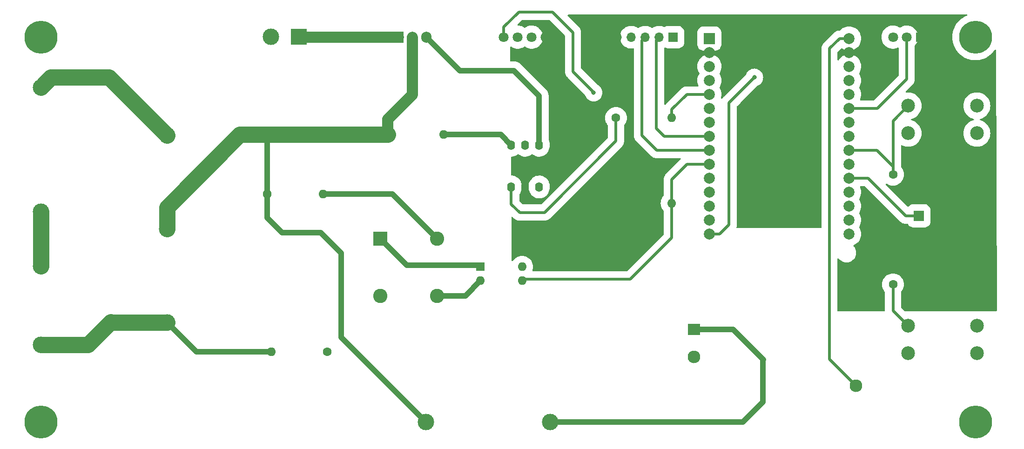
<source format=gbr>
%TF.GenerationSoftware,KiCad,Pcbnew,7.0.1*%
%TF.CreationDate,2024-11-27T13:58:02-05:00*%
%TF.ProjectId,tfg53,74666735-332e-46b6-9963-61645f706362,rev?*%
%TF.SameCoordinates,Original*%
%TF.FileFunction,Copper,L1,Top*%
%TF.FilePolarity,Positive*%
%FSLAX46Y46*%
G04 Gerber Fmt 4.6, Leading zero omitted, Abs format (unit mm)*
G04 Created by KiCad (PCBNEW 7.0.1) date 2024-11-27 13:58:02*
%MOMM*%
%LPD*%
G01*
G04 APERTURE LIST*
%TA.AperFunction,ComponentPad*%
%ADD10C,3.000000*%
%TD*%
%TA.AperFunction,ComponentPad*%
%ADD11C,0.800000*%
%TD*%
%TA.AperFunction,ComponentPad*%
%ADD12C,6.000000*%
%TD*%
%TA.AperFunction,ComponentPad*%
%ADD13R,2.600000X2.600000*%
%TD*%
%TA.AperFunction,ComponentPad*%
%ADD14C,2.600000*%
%TD*%
%TA.AperFunction,ComponentPad*%
%ADD15C,1.800000*%
%TD*%
%TA.AperFunction,ComponentPad*%
%ADD16R,2.000000X2.000000*%
%TD*%
%TA.AperFunction,ComponentPad*%
%ADD17C,2.000000*%
%TD*%
%TA.AperFunction,ComponentPad*%
%ADD18C,1.600000*%
%TD*%
%TA.AperFunction,ComponentPad*%
%ADD19O,1.600000X1.600000*%
%TD*%
%TA.AperFunction,ComponentPad*%
%ADD20R,1.850000X1.850000*%
%TD*%
%TA.AperFunction,ComponentPad*%
%ADD21C,1.850000*%
%TD*%
%TA.AperFunction,ComponentPad*%
%ADD22R,2.300000X2.000000*%
%TD*%
%TA.AperFunction,ComponentPad*%
%ADD23C,2.300000*%
%TD*%
%TA.AperFunction,ComponentPad*%
%ADD24C,2.500000*%
%TD*%
%TA.AperFunction,ComponentPad*%
%ADD25R,1.600000X1.600000*%
%TD*%
%TA.AperFunction,ComponentPad*%
%ADD26O,1.400000X1.750000*%
%TD*%
%TA.AperFunction,ComponentPad*%
%ADD27R,1.700000X1.700000*%
%TD*%
%TA.AperFunction,ComponentPad*%
%ADD28O,1.700000X1.700000*%
%TD*%
%TA.AperFunction,ComponentPad*%
%ADD29R,1.905000X2.000000*%
%TD*%
%TA.AperFunction,ComponentPad*%
%ADD30O,1.905000X2.000000*%
%TD*%
%TA.AperFunction,ComponentPad*%
%ADD31R,3.000000X3.000000*%
%TD*%
%TA.AperFunction,ComponentPad*%
%ADD32R,1.800000X1.800000*%
%TD*%
%TA.AperFunction,ViaPad*%
%ADD33C,0.800000*%
%TD*%
%TA.AperFunction,Conductor*%
%ADD34C,0.508000*%
%TD*%
%TA.AperFunction,Conductor*%
%ADD35C,1.000000*%
%TD*%
%TA.AperFunction,Conductor*%
%ADD36C,3.000000*%
%TD*%
%TA.AperFunction,Conductor*%
%ADD37C,2.000000*%
%TD*%
G04 APERTURE END LIST*
D10*
%TO.P,F1,1*%
%TO.N,Net-(J5-Pin_1)*%
X60000000Y-91741800D03*
%TO.P,F1,2*%
%TO.N,Net-(J6-Pin_1)*%
X60000000Y-69141800D03*
%TD*%
D11*
%TO.P,H4,1*%
%TO.N,N/C*%
X57750000Y-60000000D03*
X58409010Y-58409010D03*
X58409010Y-61590990D03*
X60000000Y-57750000D03*
D12*
X60000000Y-60000000D03*
D11*
X60000000Y-62250000D03*
X61590990Y-58409010D03*
X61590990Y-61590990D03*
X62250000Y-60000000D03*
%TD*%
%TO.P,H1,1*%
%TO.N,N/C*%
X57750000Y-130000000D03*
X58409010Y-128409010D03*
X58409010Y-131590990D03*
X60000000Y-127750000D03*
D12*
X60000000Y-130000000D03*
D11*
X60000000Y-132250000D03*
X61590990Y-128409010D03*
X61590990Y-131590990D03*
X62250000Y-130000000D03*
%TD*%
D13*
%TO.P,KBPC610,1,+*%
%TO.N,Net-(D1-+)*%
X121697200Y-96653200D03*
D14*
%TO.P,KBPC610,2*%
%TO.N,Net-(D1-Pad2)*%
X121697200Y-107053200D03*
%TO.P,KBPC610,3,-*%
%TO.N,Net-(D1--)*%
X132097200Y-107053200D03*
%TO.P,KBPC610,4*%
%TO.N,Net-(D1-Pad4)*%
X132097200Y-96653200D03*
%TD*%
D10*
%TO.P,INTEPT,1,Pin_1*%
%TO.N,Net-(J6-Pin_1)*%
X82956400Y-77894400D03*
%TD*%
D15*
%TO.P,OLED,1,GND*%
%TO.N,GND*%
X151810000Y-60000000D03*
%TO.P,OLED,2,VCC*%
%TO.N,3v3*%
X149270000Y-60000000D03*
%TO.P,OLED,3,SCL*%
%TO.N,SLC*%
X146730000Y-60000000D03*
%TO.P,OLED,4,SDA*%
%TO.N,SDA*%
X144190000Y-60000000D03*
%TD*%
D16*
%TO.P,U1,1,3V3*%
%TO.N,3v3*%
X181610000Y-60248800D03*
D17*
%TO.P,U1,2,GND*%
%TO.N,GND*%
X181610000Y-62788800D03*
%TO.P,U1,3,D15*%
%TO.N,unconnected-(U1-D15-Pad3)*%
X181610000Y-65328800D03*
%TO.P,U1,4,D2*%
%TO.N,unconnected-(U1-D2-Pad4)*%
X181610000Y-67868800D03*
%TO.P,U1,5,D4*%
%TO.N,GPIO 4*%
X181610000Y-70408800D03*
%TO.P,U1,6,RX2*%
%TO.N,unconnected-(U1-RX2-Pad6)*%
X181610000Y-72948800D03*
%TO.P,U1,7,TX2*%
%TO.N,unconnected-(U1-TX2-Pad7)*%
X181610000Y-75488800D03*
%TO.P,U1,8,D5*%
%TO.N,CS*%
X181610000Y-78028800D03*
%TO.P,U1,9,D18*%
%TO.N,SCK*%
X181610000Y-80568800D03*
%TO.P,U1,10,D19*%
%TO.N,GPIO 19*%
X181610000Y-83108800D03*
%TO.P,U1,11,D21*%
%TO.N,SDA*%
X181610000Y-85648800D03*
%TO.P,U1,12,RX0*%
%TO.N,unconnected-(U1-RX0-Pad12)*%
X181610000Y-88188800D03*
%TO.P,U1,13,TX0*%
%TO.N,unconnected-(U1-TX0-Pad13)*%
X181610000Y-90728800D03*
%TO.P,U1,14,D22*%
%TO.N,SLC*%
X181610000Y-93268800D03*
%TO.P,U1,15,D23*%
%TO.N,SO*%
X181610000Y-95808800D03*
%TO.P,U1,16,EN*%
%TO.N,unconnected-(U1-EN-Pad16)*%
X207010000Y-95808800D03*
%TO.P,U1,17,VP*%
%TO.N,unconnected-(U1-VP-Pad17)*%
X207010000Y-93268800D03*
%TO.P,U1,18,VN*%
%TO.N,unconnected-(U1-VN-Pad18)*%
X207010000Y-90728800D03*
%TO.P,U1,19,D34*%
%TO.N,unconnected-(U1-D34-Pad19)*%
X207010000Y-88188800D03*
%TO.P,U1,20,D35*%
%TO.N,SOUND*%
X207010000Y-85648800D03*
%TO.P,U1,21,D32*%
%TO.N,GPIO 32*%
X207010000Y-83108800D03*
%TO.P,U1,22,D33*%
%TO.N,GPIO 33*%
X207010000Y-80568800D03*
%TO.P,U1,23,D25*%
%TO.N,unconnected-(U1-D25-Pad23)*%
X207010000Y-78028800D03*
%TO.P,U1,24,D26*%
%TO.N,unconnected-(U1-D26-Pad24)*%
X207010000Y-75488800D03*
%TO.P,U1,25,D27*%
%TO.N,GPIO 27*%
X207010000Y-72948800D03*
%TO.P,U1,26,D14*%
%TO.N,unconnected-(U1-D14-Pad26)*%
X207010000Y-70408800D03*
%TO.P,U1,27,D12*%
%TO.N,unconnected-(U1-D12-Pad27)*%
X207010000Y-67868800D03*
%TO.P,U1,28,D13*%
%TO.N,unconnected-(U1-D13-Pad28)*%
X207010000Y-65328800D03*
%TO.P,U1,29,GND*%
%TO.N,GND*%
X207010000Y-62788800D03*
%TO.P,U1,30,VIN*%
%TO.N,+5V*%
X207010000Y-60248800D03*
%TD*%
D18*
%TO.P,47K,1*%
%TO.N,L*%
X101168200Y-88519000D03*
D19*
%TO.P,47K,2*%
%TO.N,Net-(D1-Pad4)*%
X111328200Y-88519000D03*
%TD*%
D10*
%TO.P,INL,1,Pin_1*%
%TO.N,L*%
X82956400Y-94894400D03*
%TD*%
D20*
%TO.P,BZ1,1*%
%TO.N,SOUND*%
X219710000Y-92500000D03*
D21*
%TO.P,BZ1,2*%
%TO.N,GND*%
X219710000Y-97500000D03*
%TD*%
D22*
%TO.P,HLK-PM01,1,AC/L*%
%TO.N,Net-(PS1-AC{slash}L)*%
X178829200Y-113200800D03*
D23*
%TO.P,HLK-PM01,2,AC/N*%
%TO.N,N*%
X178829200Y-118200800D03*
%TO.P,HLK-PM01,3,-Vout*%
%TO.N,GND*%
X208229200Y-108000800D03*
%TO.P,HLK-PM01,4,+Vout*%
%TO.N,+5V*%
X208229200Y-123400800D03*
%TD*%
D24*
%TO.P,KEY2,1,1*%
%TO.N,unconnected-(KEY2-Pad1)*%
X230250000Y-72500000D03*
%TO.P,KEY2,2,2*%
%TO.N,GPIO 33*%
X217750000Y-72500000D03*
%TO.P,KEY2,3,3*%
%TO.N,unconnected-(KEY2-Pad3)*%
X217750000Y-77500000D03*
%TO.P,KEY2,4,4*%
%TO.N,3v3*%
X230250000Y-77500000D03*
%TD*%
D10*
%TO.P,VIN,1,Pin_1*%
%TO.N,N*%
X60000000Y-116001800D03*
%TD*%
D24*
%TO.P,KEY1,1,1*%
%TO.N,unconnected-(KEY1-Pad1)*%
X230250000Y-112500000D03*
%TO.P,KEY1,2,2*%
%TO.N,GPIO 32*%
X217750000Y-112500000D03*
%TO.P,KEY1,3,3*%
%TO.N,unconnected-(KEY1-Pad3)*%
X217750000Y-117500000D03*
%TO.P,KEY1,4,4*%
%TO.N,3v3*%
X230250000Y-117500000D03*
%TD*%
D25*
%TO.P,PC817,1*%
%TO.N,Net-(D1-+)*%
X139913200Y-101798200D03*
D19*
%TO.P,PC817,2*%
%TO.N,Net-(D1--)*%
X139913200Y-104338200D03*
%TO.P,PC817,3*%
%TO.N,GPIO 19*%
X147533200Y-104338200D03*
%TO.P,PC817,4*%
%TO.N,3v3*%
X147533200Y-101798200D03*
%TD*%
D26*
%TO.P,MOC3010,1,1*%
%TO.N,Net-(R7-Pad1)*%
X145567400Y-87264400D03*
%TO.P,MOC3010,2,2*%
%TO.N,GND*%
X148107400Y-87264400D03*
%TO.P,MOC3010,3,NC*%
%TO.N,unconnected-(U4-NC-Pad3)*%
X150647400Y-87264400D03*
%TO.P,MOC3010,4,4*%
%TO.N,Net-(Q1-G)*%
X150647400Y-79664400D03*
%TO.P,MOC3010,5,DNC*%
%TO.N,unconnected-(U4-DNC-Pad5)*%
X148107400Y-79664400D03*
%TO.P,MOC3010,6,6*%
%TO.N,Net-(R6-Pad2)*%
X145567400Y-79664400D03*
%TD*%
D10*
%TO.P,F3,1*%
%TO.N,L*%
X130000000Y-130000000D03*
%TO.P,F3,2*%
%TO.N,Net-(PS1-AC{slash}L)*%
X152600000Y-130000000D03*
%TD*%
D18*
%TO.P,47K,1*%
%TO.N,Net-(D1-Pad2)*%
X112115600Y-117246400D03*
D19*
%TO.P,47K,2*%
%TO.N,N*%
X101955600Y-117246400D03*
%TD*%
D11*
%TO.P,H3,1*%
%TO.N,N/C*%
X227750000Y-60000000D03*
X228409010Y-58409010D03*
X228409010Y-61590990D03*
X230000000Y-57750000D03*
D12*
X230000000Y-60000000D03*
D11*
X230000000Y-62250000D03*
X231590990Y-58409010D03*
X231590990Y-61590990D03*
X232250000Y-60000000D03*
%TD*%
D18*
%TO.P,220,1*%
%TO.N,L*%
X123088400Y-77724000D03*
D19*
%TO.P,220,2*%
%TO.N,Net-(R6-Pad2)*%
X133248400Y-77724000D03*
%TD*%
D27*
%TO.P,TK,1,Pin_1*%
%TO.N,SO*%
X175000000Y-60000000D03*
D28*
%TO.P,TK,2,Pin_2*%
%TO.N,CS*%
X172460000Y-60000000D03*
%TO.P,TK,3,Pin_3*%
%TO.N,SCK*%
X169920000Y-60000000D03*
%TO.P,TK,4,Pin_4*%
%TO.N,3v3*%
X167380000Y-60000000D03*
%TO.P,TK,5,Pin_5*%
%TO.N,GND*%
X164840000Y-60000000D03*
%TD*%
D29*
%TO.P,BTA,1,A1*%
%TO.N,Net-(Q1-A1)*%
X125000000Y-60000000D03*
D30*
%TO.P,BTA,2,A2*%
%TO.N,L*%
X127540000Y-60000000D03*
%TO.P,BTA,3,G*%
%TO.N,Net-(Q1-G)*%
X130080000Y-60000000D03*
%TD*%
D18*
%TO.P,1K,1*%
%TO.N,GND*%
X164592000Y-90220800D03*
D19*
%TO.P,1K,2*%
%TO.N,GPIO 19*%
X174752000Y-90220800D03*
%TD*%
D11*
%TO.P,H2,1*%
%TO.N,N/C*%
X227750000Y-130000000D03*
X228409010Y-128409010D03*
X228409010Y-131590990D03*
X230000000Y-127750000D03*
D12*
X230000000Y-130000000D03*
D11*
X230000000Y-132250000D03*
X231590990Y-128409010D03*
X231590990Y-131590990D03*
X232250000Y-130000000D03*
%TD*%
D31*
%TO.P,Heater,1*%
%TO.N,Net-(Q1-A1)*%
X106883200Y-59944000D03*
D10*
%TO.P,Heater,2*%
%TO.N,N*%
X101803200Y-59944000D03*
%TD*%
%TO.P,VIL,1,Pin_1*%
%TO.N,Net-(J5-Pin_1)*%
X60000000Y-101650800D03*
%TD*%
D18*
%TO.P,1K,1*%
%TO.N,GPIO 33*%
X215000000Y-85000000D03*
D19*
%TO.P,1K,2*%
%TO.N,GND*%
X225160000Y-85000000D03*
%TD*%
D18*
%TO.P,1K,1*%
%TO.N,GPIO 32*%
X215000000Y-105000000D03*
D19*
%TO.P,1K,2*%
%TO.N,GND*%
X225160000Y-105000000D03*
%TD*%
D10*
%TO.P,INN,1,Pin_1*%
%TO.N,N*%
X82956400Y-111894400D03*
%TD*%
D32*
%TO.P,RV1,1,1*%
%TO.N,GND*%
X220000000Y-60000000D03*
D15*
%TO.P,RV1,2,2*%
%TO.N,GPIO 27*%
X217500000Y-60000000D03*
%TO.P,RV1,3,3*%
%TO.N,3v3*%
X215000000Y-60000000D03*
%TD*%
D18*
%TO.P,100,1*%
%TO.N,Net-(R7-Pad1)*%
X164617400Y-74701400D03*
D19*
%TO.P,100,2*%
%TO.N,GPIO 4*%
X174777400Y-74701400D03*
%TD*%
D33*
%TO.N,SO*%
X189788800Y-67335400D03*
%TO.N,SDA*%
X160553400Y-70104000D03*
%TD*%
D34*
%TO.N,SOUND*%
X210464400Y-85648800D02*
X207010000Y-85648800D01*
X219710000Y-92500000D02*
X217315600Y-92500000D01*
X217315600Y-92500000D02*
X210464400Y-85648800D01*
D35*
%TO.N,Net-(D1-+)*%
X139608400Y-101493400D02*
X126537400Y-101493400D01*
X139913200Y-101798200D02*
X139608400Y-101493400D01*
X126537400Y-101493400D02*
X121697200Y-96653200D01*
%TO.N,Net-(D1-Pad2)*%
X121697200Y-107664800D02*
X121697200Y-107053200D01*
%TO.N,Net-(D1--)*%
X137198200Y-107053200D02*
X139913200Y-104338200D01*
X132097200Y-107053200D02*
X137198200Y-107053200D01*
%TO.N,Net-(D1-Pad4)*%
X111328200Y-88519000D02*
X123963000Y-88519000D01*
X123963000Y-88519000D02*
X132097200Y-96653200D01*
D36*
%TO.N,Net-(J5-Pin_1)*%
X60000000Y-101650800D02*
X60000000Y-91741800D01*
%TO.N,Net-(J6-Pin_1)*%
X82956400Y-77894400D02*
X72372000Y-67310000D01*
X72372000Y-67310000D02*
X61831800Y-67310000D01*
X61831800Y-67310000D02*
X60000000Y-69141800D01*
%TO.N,L*%
X100126800Y-77724000D02*
X96201400Y-77724000D01*
D37*
X127540000Y-70503800D02*
X127540000Y-60000000D01*
D35*
X110871000Y-95554800D02*
X103860600Y-95554800D01*
X101168200Y-92862400D02*
X101168200Y-88519000D01*
D37*
X123088400Y-74955400D02*
X127540000Y-70503800D01*
X123088400Y-77724000D02*
X123088400Y-74955400D01*
D35*
X114630200Y-114630200D02*
X114630200Y-99314000D01*
X130000000Y-130000000D02*
X114630200Y-114630200D01*
X101168200Y-88519000D02*
X101168200Y-78765400D01*
X103860600Y-95554800D02*
X101168200Y-92862400D01*
X114630200Y-99314000D02*
X110871000Y-95554800D01*
D36*
X123088400Y-77724000D02*
X100126800Y-77724000D01*
D35*
X101168200Y-78765400D02*
X100126800Y-77724000D01*
D36*
X82956400Y-90969000D02*
X82956400Y-94894400D01*
X96201400Y-77724000D02*
X82956400Y-90969000D01*
%TO.N,N*%
X68554600Y-116001800D02*
X72720200Y-111836200D01*
X72720200Y-111836200D02*
X72778400Y-111894400D01*
D35*
X88308400Y-117246400D02*
X82956400Y-111894400D01*
D36*
X60000000Y-116001800D02*
X68554600Y-116001800D01*
X72778400Y-111894400D02*
X82956400Y-111894400D01*
D35*
X101955600Y-117246400D02*
X88308400Y-117246400D01*
D34*
%TO.N,SO*%
X189788800Y-67335400D02*
X185146000Y-71978200D01*
X181610000Y-95808800D02*
X183464200Y-95808800D01*
X183464200Y-95808800D02*
X185146000Y-94127000D01*
X185146000Y-71978200D02*
X185146000Y-94127000D01*
%TO.N,CS*%
X171932600Y-76606400D02*
X171932600Y-60527400D01*
X181610000Y-78028800D02*
X173355000Y-78028800D01*
X171932600Y-60527400D02*
X172460000Y-60000000D01*
X173355000Y-78028800D02*
X171932600Y-76606400D01*
%TO.N,SCK*%
X172034200Y-80568800D02*
X181610000Y-80568800D01*
X169920000Y-60000000D02*
X169316400Y-60603600D01*
X169316400Y-77851000D02*
X172034200Y-80568800D01*
X169316400Y-60603600D02*
X169316400Y-77851000D01*
%TO.N,GPIO 32*%
X217750000Y-112500000D02*
X215409800Y-110159800D01*
X215409800Y-110159800D02*
X215392000Y-110159800D01*
X215392000Y-110159800D02*
X215000000Y-109767800D01*
X215000000Y-109767800D02*
X215000000Y-105000000D01*
%TO.N,GPIO 33*%
X215000000Y-85000000D02*
X215000000Y-83529600D01*
X217750000Y-72500000D02*
X215000000Y-75250000D01*
X215000000Y-75250000D02*
X215000000Y-85000000D01*
X212039200Y-80568800D02*
X207010000Y-80568800D01*
X215000000Y-83529600D02*
X212039200Y-80568800D01*
%TO.N,+5V*%
X205282800Y-60248800D02*
X207010000Y-60248800D01*
X203454000Y-118625600D02*
X203454000Y-62077600D01*
X203454000Y-62077600D02*
X205282800Y-60248800D01*
X208229200Y-123400800D02*
X203454000Y-118625600D01*
D35*
%TO.N,Net-(Q1-A1)*%
X106939200Y-60000000D02*
X106883200Y-59944000D01*
D37*
X125000000Y-60000000D02*
X106939200Y-60000000D01*
D35*
X124944000Y-59944000D02*
X125000000Y-60000000D01*
%TO.N,Net-(Q1-G)*%
X150647400Y-79664400D02*
X150647400Y-70688200D01*
X136196200Y-66116200D02*
X130080000Y-60000000D01*
X150647400Y-70688200D02*
X146075400Y-66116200D01*
X146075400Y-66116200D02*
X136196200Y-66116200D01*
D34*
%TO.N,GPIO 19*%
X177546000Y-83108800D02*
X174752000Y-85902800D01*
X147838000Y-104033400D02*
X167238600Y-104033400D01*
X174777400Y-96494600D02*
X174752000Y-96469200D01*
X174752000Y-85902800D02*
X174752000Y-90220800D01*
X147533200Y-104338200D02*
X147838000Y-104033400D01*
X174752000Y-96469200D02*
X174752000Y-90220800D01*
X181610000Y-83108800D02*
X177546000Y-83108800D01*
X167238600Y-104033400D02*
X174777400Y-96494600D01*
D35*
%TO.N,Net-(R6-Pad2)*%
X143627000Y-77724000D02*
X145567400Y-79664400D01*
X133248400Y-77724000D02*
X143627000Y-77724000D01*
D34*
%TO.N,Net-(R7-Pad1)*%
X164617400Y-74701400D02*
X164617400Y-78917800D01*
X164617400Y-78917800D02*
X151638000Y-91897200D01*
X151638000Y-91897200D02*
X147167600Y-91897200D01*
X145567400Y-90398600D02*
X145567400Y-87264400D01*
X147116800Y-91948000D02*
X145567400Y-90398600D01*
X147167600Y-91897200D02*
X147116800Y-91948000D01*
%TO.N,GPIO 4*%
X174777400Y-74701400D02*
X174777400Y-73152000D01*
X174777400Y-73152000D02*
X177520600Y-70408800D01*
X177520600Y-70408800D02*
X181610000Y-70408800D01*
%TO.N,GPIO 27*%
X212191600Y-72948800D02*
X207010000Y-72948800D01*
X217500000Y-60000000D02*
X217500000Y-67640400D01*
X217500000Y-67640400D02*
X212191600Y-72948800D01*
%TO.N,SDA*%
X156794200Y-66243200D02*
X156794200Y-59131200D01*
X146939000Y-55422800D02*
X144190000Y-58171800D01*
X156794200Y-66243200D02*
X160553400Y-70002400D01*
X160553400Y-70002400D02*
X160553400Y-70104000D01*
X144190000Y-58171800D02*
X144190000Y-60000000D01*
X156794200Y-59131200D02*
X153085800Y-55422800D01*
X153085800Y-55422800D02*
X146939000Y-55422800D01*
D35*
%TO.N,Net-(PS1-AC{slash}L)*%
X185895600Y-113200800D02*
X178829200Y-113200800D01*
X191338200Y-118745000D02*
X191389000Y-118694200D01*
X191389000Y-118694200D02*
X185895600Y-113200800D01*
X191338200Y-126390400D02*
X191338200Y-118745000D01*
X152600000Y-130000000D02*
X187728600Y-130000000D01*
X187728600Y-130000000D02*
X191338200Y-126390400D01*
%TD*%
%TA.AperFunction,Conductor*%
%TO.N,GND*%
G36*
X228460035Y-55876438D02*
G01*
X228505809Y-55927401D01*
X228517540Y-55994890D01*
X228491649Y-56058309D01*
X228436036Y-56098305D01*
X228390609Y-56114560D01*
X228390602Y-56114563D01*
X228390600Y-56114564D01*
X228303108Y-56155944D01*
X228017504Y-56291024D01*
X227663517Y-56503196D01*
X227332012Y-56749057D01*
X227026215Y-57026215D01*
X226749057Y-57332012D01*
X226503196Y-57663517D01*
X226291024Y-58017504D01*
X226114561Y-58390605D01*
X225975524Y-58779186D01*
X225875243Y-59179533D01*
X225814685Y-59587780D01*
X225794433Y-60000000D01*
X225814685Y-60412219D01*
X225875243Y-60820466D01*
X225975524Y-61220813D01*
X226114561Y-61609394D01*
X226291024Y-61982495D01*
X226503196Y-62336482D01*
X226749057Y-62667987D01*
X227026215Y-62973784D01*
X227332012Y-63250942D01*
X227332015Y-63250944D01*
X227332017Y-63250946D01*
X227629464Y-63471547D01*
X227663517Y-63496803D01*
X228017504Y-63708975D01*
X228017508Y-63708977D01*
X228017510Y-63708978D01*
X228390600Y-63885436D01*
X228390603Y-63885437D01*
X228390605Y-63885438D01*
X228672623Y-63986346D01*
X228779189Y-64024476D01*
X229179535Y-64124757D01*
X229587782Y-64185315D01*
X230000000Y-64205566D01*
X230412218Y-64185315D01*
X230820465Y-64124757D01*
X231220811Y-64024476D01*
X231609400Y-63885436D01*
X231982490Y-63708978D01*
X232336487Y-63496800D01*
X232667983Y-63250946D01*
X232973784Y-62973784D01*
X233250946Y-62667983D01*
X233496800Y-62336487D01*
X233499651Y-62331729D01*
X233545339Y-62287332D01*
X233607041Y-62271479D01*
X233668471Y-62288354D01*
X233713415Y-62333503D01*
X233730011Y-62395008D01*
X233908132Y-109730819D01*
X233891723Y-109792934D01*
X233846432Y-109838500D01*
X233784419Y-109855286D01*
X217251989Y-109893367D01*
X217204382Y-109883983D01*
X217164022Y-109857048D01*
X216507584Y-109200610D01*
X216497413Y-109189093D01*
X216480648Y-109167554D01*
X216461219Y-109131654D01*
X216454500Y-109091390D01*
X216454500Y-106425996D01*
X216463939Y-106378543D01*
X216490819Y-106338315D01*
X216490818Y-106338315D01*
X216515739Y-106313395D01*
X216687226Y-106084315D01*
X216824367Y-105833161D01*
X216924369Y-105565046D01*
X216985196Y-105285428D01*
X217005610Y-105000000D01*
X216985196Y-104714572D01*
X216924369Y-104434954D01*
X216824367Y-104166839D01*
X216687226Y-103915685D01*
X216515739Y-103686605D01*
X216313395Y-103484261D01*
X216198855Y-103398517D01*
X216084313Y-103312772D01*
X215833163Y-103175634D01*
X215833162Y-103175633D01*
X215833161Y-103175633D01*
X215658123Y-103110347D01*
X215565041Y-103075629D01*
X215285429Y-103014804D01*
X215000000Y-102994389D01*
X214714570Y-103014804D01*
X214434958Y-103075629D01*
X214166836Y-103175634D01*
X213915686Y-103312772D01*
X213686602Y-103484263D01*
X213484263Y-103686602D01*
X213312772Y-103915686D01*
X213175634Y-104166836D01*
X213075629Y-104434958D01*
X213014804Y-104714570D01*
X212994389Y-105000000D01*
X213014804Y-105285429D01*
X213075629Y-105565041D01*
X213175634Y-105833163D01*
X213312772Y-106084313D01*
X213371351Y-106162565D01*
X213484261Y-106313395D01*
X213484262Y-106313396D01*
X213484263Y-106313397D01*
X213509181Y-106338315D01*
X213536061Y-106378543D01*
X213545500Y-106425996D01*
X213545500Y-109669798D01*
X213544548Y-109685136D01*
X213541761Y-109707489D01*
X213544474Y-109773068D01*
X213529680Y-109837126D01*
X213484217Y-109884617D01*
X213420866Y-109902192D01*
X205200993Y-109921127D01*
X205032785Y-109921514D01*
X204970665Y-109904997D01*
X204925160Y-109859597D01*
X204908500Y-109797515D01*
X204908500Y-100355296D01*
X204924197Y-100294909D01*
X204967315Y-100249812D01*
X205026937Y-100231421D01*
X205087967Y-100244393D01*
X205134954Y-100285444D01*
X205167571Y-100333285D01*
X205308159Y-100484802D01*
X205346019Y-100525605D01*
X205551143Y-100689186D01*
X205778357Y-100820368D01*
X206022584Y-100916220D01*
X206278370Y-100974602D01*
X206334408Y-100978801D01*
X206474501Y-100989300D01*
X206474506Y-100989300D01*
X206605494Y-100989300D01*
X206605499Y-100989300D01*
X206728078Y-100980113D01*
X206801630Y-100974602D01*
X207057416Y-100916220D01*
X207301643Y-100820368D01*
X207528857Y-100689186D01*
X207733981Y-100525605D01*
X207833273Y-100418592D01*
X207912428Y-100333285D01*
X207912429Y-100333282D01*
X207912433Y-100333279D01*
X208060228Y-100116504D01*
X208174063Y-99880123D01*
X208251396Y-99629415D01*
X208290500Y-99369982D01*
X208290500Y-99107618D01*
X208251396Y-98848185D01*
X208174063Y-98597477D01*
X208060228Y-98361096D01*
X207912433Y-98144321D01*
X207912431Y-98144318D01*
X207864817Y-98093003D01*
X207817419Y-98041920D01*
X207789246Y-97992187D01*
X207786374Y-97935098D01*
X207809416Y-97882786D01*
X207853476Y-97846369D01*
X208112607Y-97718580D01*
X208112607Y-97718579D01*
X208112611Y-97718578D01*
X208352454Y-97558320D01*
X208569327Y-97368127D01*
X208759520Y-97151254D01*
X208919778Y-96911411D01*
X209047359Y-96652702D01*
X209140081Y-96379553D01*
X209187402Y-96141655D01*
X209196355Y-96096645D01*
X209196355Y-96096643D01*
X209196356Y-96096639D01*
X209215222Y-95808800D01*
X209196356Y-95520961D01*
X209140081Y-95238047D01*
X209047359Y-94964898D01*
X208919778Y-94706189D01*
X208853962Y-94607688D01*
X208835448Y-94562990D01*
X208835448Y-94514607D01*
X208853963Y-94469909D01*
X208919778Y-94371411D01*
X209047359Y-94112702D01*
X209140081Y-93839553D01*
X209196356Y-93556639D01*
X209215222Y-93268800D01*
X209196356Y-92980961D01*
X209189589Y-92946942D01*
X209140081Y-92698049D01*
X209140081Y-92698047D01*
X209047359Y-92424898D01*
X208919778Y-92166189D01*
X208853963Y-92067690D01*
X208835448Y-92022990D01*
X208835448Y-91974607D01*
X208853962Y-91929910D01*
X208919778Y-91831411D01*
X209047359Y-91572702D01*
X209140081Y-91299553D01*
X209196356Y-91016639D01*
X209215222Y-90728800D01*
X209196356Y-90440961D01*
X209194824Y-90433261D01*
X209140081Y-90158049D01*
X209140081Y-90158047D01*
X209047359Y-89884898D01*
X208919778Y-89626189D01*
X208853960Y-89527687D01*
X208835448Y-89482992D01*
X208835448Y-89434608D01*
X208853960Y-89389912D01*
X208919778Y-89291411D01*
X209047359Y-89032702D01*
X209140081Y-88759553D01*
X209193531Y-88490840D01*
X209196355Y-88476645D01*
X209196355Y-88476643D01*
X209196356Y-88476639D01*
X209215222Y-88188800D01*
X209196356Y-87900961D01*
X209186962Y-87853736D01*
X209140081Y-87618049D01*
X209140081Y-87618047D01*
X209047359Y-87344898D01*
X209016411Y-87282142D01*
X209003773Y-87221216D01*
X209022323Y-87161820D01*
X209067389Y-87118913D01*
X209127624Y-87103300D01*
X209810564Y-87103300D01*
X209858017Y-87112739D01*
X209898245Y-87139619D01*
X216217815Y-93459189D01*
X216227987Y-93470707D01*
X216241824Y-93488484D01*
X216306491Y-93548015D01*
X216310191Y-93551565D01*
X216329647Y-93571022D01*
X216350666Y-93588824D01*
X216354507Y-93592216D01*
X216419166Y-93651739D01*
X216438026Y-93664061D01*
X216450340Y-93673244D01*
X216467527Y-93687800D01*
X216543073Y-93732816D01*
X216547328Y-93735472D01*
X216620962Y-93783579D01*
X216641590Y-93792627D01*
X216655244Y-93799655D01*
X216674599Y-93811188D01*
X216756505Y-93843147D01*
X216761201Y-93845093D01*
X216841706Y-93880406D01*
X216863547Y-93885936D01*
X216878164Y-93890619D01*
X216899156Y-93898811D01*
X216985217Y-93916855D01*
X216990146Y-93917996D01*
X217075377Y-93939580D01*
X217097831Y-93941440D01*
X217113027Y-93943654D01*
X217135072Y-93948277D01*
X217222883Y-93951908D01*
X217227999Y-93952225D01*
X217243354Y-93953498D01*
X217255438Y-93954500D01*
X217255439Y-93954500D01*
X217282973Y-93954500D01*
X217288095Y-93954605D01*
X217308552Y-93955452D01*
X217375911Y-93958238D01*
X217375911Y-93958237D01*
X217375913Y-93958238D01*
X217398264Y-93955451D01*
X217413602Y-93954500D01*
X217627199Y-93954500D01*
X217685020Y-93968806D01*
X217729499Y-94008423D01*
X217731721Y-94011666D01*
X217731723Y-94011671D01*
X217857458Y-94195221D01*
X218014779Y-94352542D01*
X218198329Y-94478277D01*
X218280609Y-94514607D01*
X218401855Y-94568143D01*
X218618432Y-94619081D01*
X218710903Y-94625500D01*
X218710908Y-94625500D01*
X220709092Y-94625500D01*
X220709097Y-94625500D01*
X220801567Y-94619081D01*
X221018144Y-94568143D01*
X221084601Y-94538799D01*
X221221671Y-94478277D01*
X221405221Y-94352542D01*
X221562542Y-94195221D01*
X221688277Y-94011671D01*
X221762280Y-93844070D01*
X221778143Y-93808144D01*
X221829081Y-93591567D01*
X221835500Y-93499097D01*
X221835500Y-91500903D01*
X221829081Y-91408432D01*
X221778143Y-91191855D01*
X221717256Y-91053961D01*
X221688277Y-90988329D01*
X221562542Y-90804779D01*
X221405221Y-90647458D01*
X221221671Y-90521723D01*
X221186578Y-90506228D01*
X221018144Y-90431856D01*
X220801567Y-90380918D01*
X220709097Y-90374500D01*
X220709092Y-90374500D01*
X218710908Y-90374500D01*
X218710903Y-90374500D01*
X218618432Y-90380918D01*
X218401855Y-90431856D01*
X218198333Y-90521721D01*
X218198332Y-90521721D01*
X218198329Y-90521723D01*
X218027385Y-90638823D01*
X218014779Y-90647458D01*
X217855086Y-90807151D01*
X217799498Y-90839244D01*
X217735311Y-90839244D01*
X217679724Y-90807150D01*
X213726068Y-86853494D01*
X213694772Y-86800748D01*
X213692583Y-86739455D01*
X213720036Y-86684610D01*
X213770416Y-86649631D01*
X213831396Y-86643075D01*
X213888059Y-86666545D01*
X213915685Y-86687226D01*
X214166839Y-86824367D01*
X214434954Y-86924369D01*
X214434957Y-86924369D01*
X214434958Y-86924370D01*
X214487217Y-86935738D01*
X214714572Y-86985196D01*
X215000000Y-87005610D01*
X215285428Y-86985196D01*
X215565046Y-86924369D01*
X215833161Y-86824367D01*
X216084315Y-86687226D01*
X216313395Y-86515739D01*
X216515739Y-86313395D01*
X216687226Y-86084315D01*
X216824367Y-85833161D01*
X216924369Y-85565046D01*
X216985196Y-85285428D01*
X217005610Y-85000000D01*
X216985196Y-84714572D01*
X216924369Y-84434954D01*
X216824367Y-84166839D01*
X216707437Y-83952698D01*
X216687227Y-83915686D01*
X216630179Y-83839479D01*
X216515739Y-83686605D01*
X216494141Y-83665007D01*
X216468267Y-83627137D01*
X216457929Y-83582451D01*
X216454606Y-83502098D01*
X216454500Y-83496974D01*
X216454500Y-79793861D01*
X216470790Y-79732424D01*
X216515379Y-79687129D01*
X216576552Y-79669876D01*
X216638237Y-79685199D01*
X216660960Y-79697691D01*
X216704565Y-79721663D01*
X216816225Y-79765872D01*
X216991256Y-79835172D01*
X217068221Y-79854933D01*
X217289914Y-79911854D01*
X217544115Y-79943967D01*
X217595827Y-79950500D01*
X217595828Y-79950500D01*
X217904172Y-79950500D01*
X217904173Y-79950500D01*
X217948407Y-79944911D01*
X218210086Y-79911854D01*
X218508743Y-79835172D01*
X218795435Y-79721663D01*
X219065640Y-79573116D01*
X219315096Y-79391876D01*
X219539869Y-79180799D01*
X219736416Y-78943216D01*
X219901635Y-78682871D01*
X220032922Y-78403873D01*
X220128206Y-78110619D01*
X220185984Y-77807736D01*
X220205345Y-77500000D01*
X227794654Y-77500000D01*
X227814015Y-77807731D01*
X227871794Y-78110622D01*
X227967078Y-78403875D01*
X228098363Y-78682868D01*
X228263585Y-78943218D01*
X228441289Y-79158023D01*
X228460131Y-79180799D01*
X228507906Y-79225663D01*
X228684905Y-79391877D01*
X228934359Y-79573116D01*
X229005886Y-79612438D01*
X229204565Y-79721663D01*
X229316225Y-79765872D01*
X229491256Y-79835172D01*
X229568221Y-79854933D01*
X229789914Y-79911854D01*
X230044115Y-79943967D01*
X230095827Y-79950500D01*
X230095828Y-79950500D01*
X230404172Y-79950500D01*
X230404173Y-79950500D01*
X230448407Y-79944911D01*
X230710086Y-79911854D01*
X231008743Y-79835172D01*
X231295435Y-79721663D01*
X231565640Y-79573116D01*
X231815096Y-79391876D01*
X232039869Y-79180799D01*
X232236416Y-78943216D01*
X232401635Y-78682871D01*
X232532922Y-78403873D01*
X232628206Y-78110619D01*
X232685984Y-77807736D01*
X232705345Y-77500000D01*
X232685984Y-77192264D01*
X232628206Y-76889381D01*
X232608161Y-76827690D01*
X232532921Y-76596124D01*
X232401636Y-76317131D01*
X232328995Y-76202667D01*
X232236416Y-76056784D01*
X232225658Y-76043780D01*
X232039870Y-75819202D01*
X231815094Y-75608122D01*
X231565640Y-75426883D01*
X231295433Y-75278336D01*
X231008743Y-75164827D01*
X230834554Y-75120104D01*
X230778263Y-75088231D01*
X230745684Y-75032344D01*
X230745684Y-74967656D01*
X230778263Y-74911769D01*
X230834554Y-74879896D01*
X231008743Y-74835172D01*
X231083941Y-74805399D01*
X231295435Y-74721663D01*
X231565640Y-74573116D01*
X231815096Y-74391876D01*
X232039869Y-74180799D01*
X232236416Y-73943216D01*
X232401635Y-73682871D01*
X232532922Y-73403873D01*
X232628206Y-73110619D01*
X232685984Y-72807736D01*
X232705345Y-72500000D01*
X232685984Y-72192264D01*
X232628206Y-71889381D01*
X232627772Y-71888046D01*
X232532921Y-71596124D01*
X232401636Y-71317131D01*
X232400572Y-71315455D01*
X232236416Y-71056784D01*
X232228867Y-71047659D01*
X232039870Y-70819202D01*
X231815094Y-70608122D01*
X231565640Y-70426883D01*
X231295433Y-70278336D01*
X231008743Y-70164827D01*
X230710088Y-70088146D01*
X230404173Y-70049500D01*
X230404172Y-70049500D01*
X230095828Y-70049500D01*
X230095827Y-70049500D01*
X229789911Y-70088146D01*
X229491256Y-70164827D01*
X229204566Y-70278336D01*
X228934359Y-70426883D01*
X228684905Y-70608122D01*
X228460129Y-70819202D01*
X228263585Y-71056781D01*
X228098363Y-71317131D01*
X227967078Y-71596124D01*
X227871794Y-71889377D01*
X227814015Y-72192268D01*
X227794654Y-72499999D01*
X227814015Y-72807731D01*
X227871794Y-73110622D01*
X227967078Y-73403875D01*
X228098363Y-73682868D01*
X228263585Y-73943218D01*
X228460129Y-74180797D01*
X228460131Y-74180799D01*
X228463861Y-74184302D01*
X228684905Y-74391877D01*
X228934359Y-74573116D01*
X229064929Y-74644897D01*
X229204565Y-74721663D01*
X229339110Y-74774933D01*
X229491256Y-74835172D01*
X229665445Y-74879896D01*
X229721737Y-74911770D01*
X229754315Y-74967656D01*
X229754315Y-75032344D01*
X229721737Y-75088230D01*
X229665445Y-75120104D01*
X229491256Y-75164827D01*
X229204566Y-75278336D01*
X228934359Y-75426883D01*
X228684905Y-75608122D01*
X228460129Y-75819202D01*
X228263585Y-76056781D01*
X228098363Y-76317131D01*
X227967078Y-76596124D01*
X227871794Y-76889377D01*
X227814015Y-77192268D01*
X227794654Y-77500000D01*
X220205345Y-77500000D01*
X220185984Y-77192264D01*
X220128206Y-76889381D01*
X220108161Y-76827690D01*
X220032921Y-76596124D01*
X219901636Y-76317131D01*
X219828995Y-76202667D01*
X219736416Y-76056784D01*
X219725658Y-76043780D01*
X219539870Y-75819202D01*
X219315094Y-75608122D01*
X219065640Y-75426883D01*
X218795433Y-75278336D01*
X218508743Y-75164827D01*
X218334554Y-75120104D01*
X218278263Y-75088231D01*
X218245684Y-75032344D01*
X218245684Y-74967656D01*
X218278263Y-74911769D01*
X218334554Y-74879896D01*
X218508743Y-74835172D01*
X218583941Y-74805399D01*
X218795435Y-74721663D01*
X219065640Y-74573116D01*
X219315096Y-74391876D01*
X219539869Y-74180799D01*
X219736416Y-73943216D01*
X219901635Y-73682871D01*
X220032922Y-73403873D01*
X220128206Y-73110619D01*
X220185984Y-72807736D01*
X220205345Y-72500000D01*
X220185984Y-72192264D01*
X220128206Y-71889381D01*
X220127772Y-71888046D01*
X220032921Y-71596124D01*
X219901636Y-71317131D01*
X219900572Y-71315455D01*
X219736416Y-71056784D01*
X219728867Y-71047659D01*
X219539870Y-70819202D01*
X219315094Y-70608122D01*
X219065640Y-70426883D01*
X218795433Y-70278336D01*
X218508743Y-70164827D01*
X218210088Y-70088146D01*
X217904173Y-70049500D01*
X217904172Y-70049500D01*
X217595828Y-70049500D01*
X217595826Y-70049500D01*
X217442417Y-70068880D01*
X217381954Y-70061435D01*
X217332333Y-70026093D01*
X217305532Y-69971385D01*
X217308019Y-69910516D01*
X217339193Y-69858179D01*
X218459197Y-68738175D01*
X218470699Y-68728017D01*
X218488482Y-68714178D01*
X218548028Y-68649492D01*
X218551530Y-68645842D01*
X218571027Y-68626347D01*
X218588843Y-68605310D01*
X218592204Y-68601504D01*
X218651739Y-68536834D01*
X218664053Y-68517983D01*
X218673241Y-68505662D01*
X218687800Y-68488474D01*
X218732818Y-68412921D01*
X218735489Y-68408643D01*
X218783579Y-68335038D01*
X218792630Y-68314402D01*
X218799658Y-68300749D01*
X218811188Y-68281401D01*
X218843151Y-68199484D01*
X218845087Y-68194810D01*
X218880406Y-68114294D01*
X218885935Y-68092456D01*
X218890619Y-68077831D01*
X218898810Y-68056844D01*
X218916847Y-67970813D01*
X218917993Y-67965860D01*
X218939580Y-67880623D01*
X218941439Y-67858170D01*
X218943656Y-67842962D01*
X218948277Y-67820928D01*
X218951908Y-67733112D01*
X218952226Y-67727993D01*
X218954500Y-67700562D01*
X218954500Y-67673027D01*
X218954606Y-67667902D01*
X218958238Y-67580088D01*
X218955452Y-67557736D01*
X218954500Y-67542398D01*
X218954500Y-61568927D01*
X218963145Y-61523437D01*
X218987876Y-61484290D01*
X219032349Y-61436671D01*
X219133189Y-61328698D01*
X219298901Y-61093936D01*
X219431104Y-60838797D01*
X219527334Y-60568032D01*
X219585798Y-60286686D01*
X219605408Y-60000000D01*
X219585798Y-59713314D01*
X219582481Y-59697354D01*
X219527334Y-59431968D01*
X219472649Y-59278100D01*
X219431104Y-59161203D01*
X219298901Y-58906064D01*
X219298899Y-58906060D01*
X219133193Y-58671307D01*
X219133191Y-58671304D01*
X219133189Y-58671302D01*
X218937053Y-58461292D01*
X218937051Y-58461291D01*
X218937049Y-58461288D01*
X218718052Y-58283122D01*
X218714147Y-58279945D01*
X218468625Y-58130639D01*
X218468626Y-58130639D01*
X218468622Y-58130637D01*
X218205060Y-58016157D01*
X218205058Y-58016156D01*
X217990064Y-57955918D01*
X217928355Y-57938628D01*
X217643678Y-57899500D01*
X217356322Y-57899500D01*
X217071644Y-57938628D01*
X216896518Y-57987696D01*
X216794942Y-58016156D01*
X216794940Y-58016156D01*
X216794939Y-58016157D01*
X216531377Y-58130637D01*
X216402880Y-58208778D01*
X216314427Y-58262568D01*
X216250000Y-58280620D01*
X216185572Y-58262568D01*
X215968625Y-58130639D01*
X215968626Y-58130639D01*
X215968622Y-58130637D01*
X215705060Y-58016157D01*
X215705058Y-58016156D01*
X215490064Y-57955918D01*
X215428355Y-57938628D01*
X215143678Y-57899500D01*
X214856322Y-57899500D01*
X214571644Y-57938628D01*
X214396518Y-57987696D01*
X214294942Y-58016156D01*
X214294940Y-58016156D01*
X214294939Y-58016157D01*
X214031377Y-58130637D01*
X213785851Y-58279946D01*
X213562950Y-58461288D01*
X213366806Y-58671307D01*
X213201100Y-58906060D01*
X213068894Y-59161206D01*
X212972665Y-59431968D01*
X212914202Y-59713309D01*
X212894591Y-60000000D01*
X212914202Y-60286690D01*
X212972665Y-60568031D01*
X213068894Y-60838793D01*
X213201100Y-61093939D01*
X213366806Y-61328692D01*
X213366809Y-61328695D01*
X213366811Y-61328698D01*
X213467651Y-61436671D01*
X213562950Y-61538711D01*
X213696690Y-61647516D01*
X213785853Y-61720055D01*
X214031375Y-61869361D01*
X214294942Y-61983844D01*
X214571642Y-62061371D01*
X214856322Y-62100500D01*
X215143678Y-62100500D01*
X215428358Y-62061371D01*
X215705058Y-61983844D01*
X215872099Y-61911287D01*
X215932073Y-61901474D01*
X215989508Y-61921335D01*
X216030608Y-61966103D01*
X216045500Y-62025022D01*
X216045500Y-66986564D01*
X216036061Y-67034017D01*
X216009181Y-67074245D01*
X211625445Y-71457981D01*
X211585217Y-71484861D01*
X211537764Y-71494300D01*
X209127624Y-71494300D01*
X209067389Y-71478687D01*
X209022323Y-71435780D01*
X209003773Y-71376384D01*
X209016411Y-71315457D01*
X209047359Y-71252702D01*
X209140081Y-70979553D01*
X209196356Y-70696639D01*
X209215222Y-70408800D01*
X209196356Y-70120961D01*
X209192982Y-70104000D01*
X209145298Y-69864276D01*
X209140081Y-69838047D01*
X209075134Y-69646719D01*
X209047359Y-69564897D01*
X208919780Y-69306193D01*
X208919779Y-69306192D01*
X208919778Y-69306189D01*
X208853960Y-69207687D01*
X208835448Y-69162992D01*
X208835448Y-69114608D01*
X208853960Y-69069912D01*
X208919778Y-68971411D01*
X209047359Y-68712702D01*
X209140081Y-68439553D01*
X209187825Y-68199528D01*
X209196355Y-68156645D01*
X209196355Y-68156643D01*
X209196356Y-68156639D01*
X209215222Y-67868800D01*
X209196356Y-67580961D01*
X209196182Y-67580088D01*
X209147511Y-67335400D01*
X209140081Y-67298047D01*
X209053591Y-67043257D01*
X209047359Y-67024897D01*
X208919780Y-66766193D01*
X208919779Y-66766192D01*
X208919778Y-66766189D01*
X208853960Y-66667687D01*
X208835448Y-66622992D01*
X208835448Y-66574608D01*
X208853960Y-66529912D01*
X208919778Y-66431411D01*
X209047359Y-66172702D01*
X209140081Y-65899553D01*
X209196356Y-65616639D01*
X209215222Y-65328800D01*
X209196356Y-65040961D01*
X209184525Y-64981484D01*
X209168411Y-64900475D01*
X209140081Y-64758047D01*
X209064143Y-64534341D01*
X209047359Y-64484897D01*
X208919778Y-64226189D01*
X208759520Y-63986346D01*
X208569327Y-63769473D01*
X208352454Y-63579280D01*
X208229018Y-63496803D01*
X208112610Y-63419021D01*
X207853902Y-63291440D01*
X207580750Y-63198718D01*
X207297845Y-63142444D01*
X207010000Y-63123578D01*
X206722154Y-63142444D01*
X206439249Y-63198718D01*
X206166097Y-63291440D01*
X205907389Y-63419021D01*
X205667546Y-63579279D01*
X205450673Y-63769473D01*
X205260479Y-63986346D01*
X205135602Y-64173239D01*
X205088795Y-64214833D01*
X205027632Y-64228252D01*
X204967710Y-64210075D01*
X204924310Y-64164937D01*
X204908500Y-64104348D01*
X204908500Y-62731436D01*
X204917939Y-62683983D01*
X204944819Y-62643755D01*
X205209692Y-62378881D01*
X205549256Y-62039316D01*
X205597075Y-62009580D01*
X205653119Y-62004060D01*
X205705824Y-62023896D01*
X205788183Y-62078927D01*
X205907389Y-62158578D01*
X206166097Y-62286159D01*
X206257147Y-62317066D01*
X206439247Y-62378881D01*
X206581675Y-62407211D01*
X206722154Y-62435155D01*
X206722156Y-62435155D01*
X206722161Y-62435156D01*
X207010000Y-62454022D01*
X207297839Y-62435156D01*
X207297843Y-62435155D01*
X207297845Y-62435155D01*
X207367110Y-62421377D01*
X207580753Y-62378881D01*
X207853902Y-62286159D01*
X208112611Y-62158578D01*
X208352454Y-61998320D01*
X208569327Y-61808127D01*
X208759520Y-61591254D01*
X208919778Y-61351411D01*
X209047359Y-61092702D01*
X209140081Y-60819553D01*
X209196356Y-60536639D01*
X209215222Y-60248800D01*
X209196356Y-59960961D01*
X209140081Y-59678047D01*
X209047359Y-59404898D01*
X208990506Y-59289612D01*
X208919778Y-59146189D01*
X208759520Y-58906346D01*
X208726235Y-58868392D01*
X208569327Y-58689473D01*
X208352454Y-58499280D01*
X208350417Y-58497919D01*
X208112610Y-58339021D01*
X207853902Y-58211440D01*
X207580750Y-58118718D01*
X207297845Y-58062444D01*
X207051119Y-58046273D01*
X207010000Y-58043578D01*
X207009999Y-58043578D01*
X206722154Y-58062444D01*
X206439249Y-58118718D01*
X206166097Y-58211440D01*
X205907389Y-58339021D01*
X205667546Y-58499279D01*
X205450672Y-58689474D01*
X205397757Y-58749811D01*
X205358029Y-58779916D01*
X205309656Y-58791945D01*
X205260620Y-58793973D01*
X205255295Y-58794194D01*
X205250174Y-58794300D01*
X205222639Y-58794300D01*
X205195183Y-58796574D01*
X205190074Y-58796891D01*
X205102271Y-58800523D01*
X205080226Y-58805145D01*
X205065026Y-58807359D01*
X205042578Y-58809219D01*
X204957370Y-58830796D01*
X204952379Y-58831951D01*
X204866351Y-58849989D01*
X204845364Y-58858178D01*
X204830740Y-58862863D01*
X204808908Y-58868392D01*
X204728426Y-58903695D01*
X204723692Y-58905656D01*
X204641797Y-58937612D01*
X204622452Y-58949139D01*
X204608795Y-58956169D01*
X204588162Y-58965221D01*
X204588160Y-58965221D01*
X204588158Y-58965223D01*
X204514569Y-59013299D01*
X204510226Y-59016010D01*
X204434724Y-59061001D01*
X204417532Y-59075561D01*
X204405221Y-59084741D01*
X204386369Y-59097058D01*
X204321687Y-59156600D01*
X204317853Y-59159985D01*
X204296854Y-59177772D01*
X204277397Y-59197228D01*
X204273704Y-59200771D01*
X204209022Y-59260316D01*
X204195179Y-59278100D01*
X204185012Y-59289612D01*
X202494810Y-60979814D01*
X202483297Y-60989982D01*
X202465519Y-61003820D01*
X202405983Y-61068492D01*
X202402438Y-61072186D01*
X202382975Y-61091649D01*
X202365165Y-61112677D01*
X202361775Y-61116515D01*
X202302261Y-61181164D01*
X202289937Y-61200027D01*
X202280757Y-61212338D01*
X202266201Y-61229524D01*
X202221211Y-61305026D01*
X202218499Y-61309369D01*
X202170423Y-61382958D01*
X202161369Y-61403597D01*
X202154339Y-61417252D01*
X202142812Y-61436597D01*
X202110856Y-61518492D01*
X202108895Y-61523226D01*
X202073592Y-61603708D01*
X202068063Y-61625540D01*
X202063378Y-61640164D01*
X202055189Y-61661151D01*
X202037151Y-61747179D01*
X202035996Y-61752170D01*
X202014419Y-61837378D01*
X202012559Y-61859826D01*
X202010345Y-61875026D01*
X202005723Y-61897071D01*
X202002091Y-61984874D01*
X202001774Y-61989983D01*
X201999500Y-62017439D01*
X201999500Y-62044973D01*
X201999394Y-62050098D01*
X201995761Y-62137911D01*
X201998548Y-62160264D01*
X201999500Y-62175602D01*
X201999500Y-94624800D01*
X201982887Y-94686800D01*
X201937500Y-94732187D01*
X201875500Y-94748800D01*
X186648266Y-94748800D01*
X186593807Y-94736201D01*
X186550415Y-94700965D01*
X186526906Y-94650252D01*
X186528059Y-94594367D01*
X186531933Y-94579065D01*
X186536619Y-94564431D01*
X186544810Y-94543444D01*
X186562847Y-94457413D01*
X186563993Y-94452460D01*
X186585580Y-94367223D01*
X186587439Y-94344770D01*
X186589656Y-94329562D01*
X186594277Y-94307528D01*
X186597908Y-94219712D01*
X186598226Y-94214593D01*
X186600500Y-94187162D01*
X186600500Y-94159627D01*
X186600606Y-94154502D01*
X186604238Y-94066688D01*
X186601452Y-94044336D01*
X186600500Y-94028998D01*
X186600500Y-72632036D01*
X186609939Y-72584583D01*
X186636819Y-72544355D01*
X187233040Y-71948134D01*
X190325494Y-68855677D01*
X190365716Y-68828801D01*
X190517659Y-68765866D01*
X190732459Y-68634236D01*
X190924024Y-68470624D01*
X191087636Y-68279059D01*
X191219266Y-68064259D01*
X191315673Y-67831511D01*
X191374483Y-67586548D01*
X191394249Y-67335400D01*
X191374483Y-67084252D01*
X191315673Y-66839289D01*
X191219266Y-66606541D01*
X191087636Y-66391741D01*
X190924024Y-66200176D01*
X190732459Y-66036564D01*
X190517659Y-65904934D01*
X190401284Y-65856730D01*
X190284910Y-65808526D01*
X190039949Y-65749717D01*
X189788800Y-65729951D01*
X189537650Y-65749717D01*
X189292689Y-65808526D01*
X189059939Y-65904935D01*
X188845142Y-66036563D01*
X188653576Y-66200176D01*
X188489963Y-66391742D01*
X188358336Y-66606537D01*
X188295398Y-66758480D01*
X188268518Y-66798707D01*
X184186810Y-70880414D01*
X184175297Y-70890582D01*
X184157519Y-70904420D01*
X184097983Y-70969092D01*
X184094438Y-70972786D01*
X184074975Y-70992249D01*
X184057165Y-71013277D01*
X184053775Y-71017115D01*
X183994261Y-71081764D01*
X183981937Y-71100627D01*
X183972757Y-71112938D01*
X183958201Y-71130124D01*
X183934466Y-71169957D01*
X183892209Y-71212528D01*
X183834916Y-71230285D01*
X183775990Y-71219072D01*
X183729222Y-71181514D01*
X183705554Y-71126398D01*
X183710525Y-71066622D01*
X183713864Y-71056784D01*
X183740081Y-70979553D01*
X183796356Y-70696639D01*
X183815222Y-70408800D01*
X183796356Y-70120961D01*
X183792982Y-70104000D01*
X183745298Y-69864276D01*
X183740081Y-69838047D01*
X183675134Y-69646719D01*
X183647359Y-69564897D01*
X183519780Y-69306193D01*
X183519779Y-69306192D01*
X183519778Y-69306189D01*
X183453960Y-69207687D01*
X183435448Y-69162992D01*
X183435448Y-69114608D01*
X183453960Y-69069912D01*
X183519778Y-68971411D01*
X183647359Y-68712702D01*
X183740081Y-68439553D01*
X183787825Y-68199528D01*
X183796355Y-68156645D01*
X183796355Y-68156643D01*
X183796356Y-68156639D01*
X183815222Y-67868800D01*
X183796356Y-67580961D01*
X183796182Y-67580088D01*
X183747511Y-67335400D01*
X183740081Y-67298047D01*
X183653591Y-67043257D01*
X183647359Y-67024897D01*
X183519780Y-66766193D01*
X183519779Y-66766192D01*
X183519778Y-66766189D01*
X183453960Y-66667687D01*
X183435448Y-66622992D01*
X183435448Y-66574608D01*
X183453960Y-66529912D01*
X183519778Y-66431411D01*
X183647359Y-66172702D01*
X183740081Y-65899553D01*
X183796356Y-65616639D01*
X183815222Y-65328800D01*
X183796356Y-65040961D01*
X183784525Y-64981484D01*
X183768411Y-64900475D01*
X183740081Y-64758047D01*
X183664143Y-64534341D01*
X183647359Y-64484897D01*
X183519778Y-64226189D01*
X183359520Y-63986346D01*
X183169327Y-63769473D01*
X182952454Y-63579280D01*
X182829018Y-63496803D01*
X182712610Y-63419021D01*
X182453902Y-63291440D01*
X182180750Y-63198718D01*
X181897845Y-63142444D01*
X181610000Y-63123578D01*
X181322154Y-63142444D01*
X181039249Y-63198718D01*
X180766097Y-63291440D01*
X180507389Y-63419021D01*
X180267546Y-63579279D01*
X180050673Y-63769473D01*
X179860479Y-63986346D01*
X179700221Y-64226189D01*
X179572640Y-64484897D01*
X179479918Y-64758049D01*
X179423644Y-65040954D01*
X179404778Y-65328800D01*
X179423644Y-65616645D01*
X179479918Y-65899550D01*
X179572640Y-66172702D01*
X179700221Y-66431410D01*
X179766036Y-66529909D01*
X179784551Y-66574609D01*
X179784551Y-66622991D01*
X179766036Y-66667691D01*
X179700221Y-66766189D01*
X179572640Y-67024897D01*
X179479918Y-67298049D01*
X179423644Y-67580954D01*
X179404778Y-67868800D01*
X179423644Y-68156645D01*
X179479918Y-68439550D01*
X179572639Y-68712698D01*
X179572641Y-68712702D01*
X179603588Y-68775457D01*
X179616227Y-68836384D01*
X179597677Y-68895780D01*
X179552611Y-68938687D01*
X179492376Y-68954300D01*
X177618603Y-68954300D01*
X177603265Y-68953348D01*
X177580912Y-68950561D01*
X177496595Y-68954049D01*
X177493096Y-68954194D01*
X177487974Y-68954300D01*
X177460439Y-68954300D01*
X177432983Y-68956574D01*
X177427874Y-68956891D01*
X177340071Y-68960523D01*
X177318026Y-68965145D01*
X177302826Y-68967359D01*
X177280378Y-68969219D01*
X177195170Y-68990796D01*
X177190179Y-68991951D01*
X177104151Y-69009989D01*
X177083164Y-69018178D01*
X177068540Y-69022863D01*
X177046708Y-69028392D01*
X176966226Y-69063695D01*
X176961492Y-69065656D01*
X176879597Y-69097612D01*
X176860252Y-69109139D01*
X176846595Y-69116169D01*
X176825962Y-69125221D01*
X176825960Y-69125221D01*
X176825958Y-69125223D01*
X176752369Y-69173299D01*
X176748026Y-69176010D01*
X176672524Y-69221001D01*
X176655332Y-69235561D01*
X176643021Y-69244741D01*
X176624169Y-69257058D01*
X176559487Y-69316600D01*
X176555653Y-69319985D01*
X176534654Y-69337772D01*
X176515197Y-69357228D01*
X176511505Y-69360771D01*
X176446818Y-69420321D01*
X176432982Y-69438097D01*
X176422813Y-69449612D01*
X173818210Y-72054214D01*
X173806697Y-72064382D01*
X173788919Y-72078220D01*
X173729383Y-72142892D01*
X173725838Y-72146586D01*
X173706375Y-72166049D01*
X173688565Y-72187077D01*
X173685175Y-72190915D01*
X173625663Y-72255562D01*
X173614906Y-72272027D01*
X173568303Y-72314219D01*
X173506997Y-72328133D01*
X173446746Y-72310194D01*
X173403035Y-72265013D01*
X173387100Y-72204201D01*
X173387100Y-62015765D01*
X173402081Y-61956681D01*
X173443405Y-61911874D01*
X173501086Y-61892170D01*
X173561186Y-61902331D01*
X173766855Y-61993143D01*
X173983432Y-62044081D01*
X174075903Y-62050500D01*
X174075908Y-62050500D01*
X175924092Y-62050500D01*
X175924097Y-62050500D01*
X176016567Y-62044081D01*
X176233144Y-61993143D01*
X176303209Y-61962206D01*
X176436671Y-61903277D01*
X176620221Y-61777542D01*
X176777542Y-61620221D01*
X176903277Y-61436671D01*
X176953513Y-61322897D01*
X179409500Y-61322897D01*
X179415918Y-61415367D01*
X179466856Y-61631944D01*
X179544649Y-61808126D01*
X179556723Y-61835471D01*
X179682458Y-62019021D01*
X179839779Y-62176342D01*
X180023329Y-62302077D01*
X180101256Y-62336485D01*
X180226855Y-62391943D01*
X180443432Y-62442881D01*
X180535903Y-62449300D01*
X180535908Y-62449300D01*
X182684092Y-62449300D01*
X182684097Y-62449300D01*
X182776567Y-62442881D01*
X182993144Y-62391943D01*
X183047631Y-62367884D01*
X183196671Y-62302077D01*
X183380221Y-62176342D01*
X183537542Y-62019021D01*
X183663277Y-61835471D01*
X183740244Y-61661156D01*
X183753143Y-61631944D01*
X183804081Y-61415367D01*
X183810500Y-61322897D01*
X183810500Y-59174703D01*
X183804081Y-59082232D01*
X183753143Y-58865655D01*
X183686514Y-58714756D01*
X183663277Y-58662129D01*
X183537542Y-58478579D01*
X183380221Y-58321258D01*
X183196671Y-58195523D01*
X183171034Y-58184203D01*
X182993144Y-58105656D01*
X182776567Y-58054718D01*
X182684097Y-58048300D01*
X182684092Y-58048300D01*
X180535908Y-58048300D01*
X180535903Y-58048300D01*
X180443432Y-58054718D01*
X180226855Y-58105656D01*
X180023333Y-58195521D01*
X180023332Y-58195521D01*
X180023329Y-58195523D01*
X179852485Y-58312554D01*
X179839776Y-58321260D01*
X179682460Y-58478576D01*
X179682457Y-58478579D01*
X179682458Y-58478579D01*
X179556723Y-58662129D01*
X179556721Y-58662132D01*
X179556721Y-58662133D01*
X179466856Y-58865655D01*
X179415918Y-59082232D01*
X179409500Y-59174703D01*
X179409500Y-61322897D01*
X176953513Y-61322897D01*
X176993143Y-61233143D01*
X176993994Y-61229527D01*
X177044081Y-61016567D01*
X177050500Y-60924097D01*
X177050500Y-59075903D01*
X177044081Y-58983432D01*
X176993143Y-58766855D01*
X176944772Y-58657306D01*
X176903277Y-58563329D01*
X176777542Y-58379779D01*
X176620221Y-58222458D01*
X176436671Y-58096723D01*
X176402525Y-58081646D01*
X176233144Y-58006856D01*
X176016567Y-57955918D01*
X175924097Y-57949500D01*
X175924092Y-57949500D01*
X174075908Y-57949500D01*
X174075903Y-57949500D01*
X173983432Y-57955918D01*
X173766855Y-58006856D01*
X173563330Y-58096722D01*
X173488634Y-58147889D01*
X173430372Y-58169024D01*
X173369158Y-58159322D01*
X173148280Y-58063382D01*
X173148278Y-58063381D01*
X173148275Y-58063380D01*
X172934937Y-58003605D01*
X172878158Y-57987696D01*
X172600258Y-57949500D01*
X172319742Y-57949500D01*
X172041841Y-57987696D01*
X171878685Y-58033411D01*
X171771725Y-58063380D01*
X171771723Y-58063380D01*
X171771722Y-58063381D01*
X171514431Y-58175138D01*
X171274751Y-58320890D01*
X171268252Y-58326178D01*
X171217985Y-58350789D01*
X171162015Y-58350789D01*
X171111748Y-58326178D01*
X171105248Y-58320890D01*
X170865568Y-58175138D01*
X170719378Y-58111639D01*
X170608275Y-58063380D01*
X170406540Y-58006856D01*
X170338158Y-57987696D01*
X170060258Y-57949500D01*
X169779742Y-57949500D01*
X169501841Y-57987696D01*
X169338685Y-58033411D01*
X169231725Y-58063380D01*
X169231723Y-58063380D01*
X169231722Y-58063381D01*
X168974431Y-58175138D01*
X168734751Y-58320890D01*
X168728252Y-58326178D01*
X168677985Y-58350789D01*
X168622015Y-58350789D01*
X168571748Y-58326178D01*
X168565248Y-58320890D01*
X168325568Y-58175138D01*
X168179378Y-58111639D01*
X168068275Y-58063380D01*
X167866540Y-58006856D01*
X167798158Y-57987696D01*
X167520258Y-57949500D01*
X167239742Y-57949500D01*
X166961841Y-57987696D01*
X166798685Y-58033411D01*
X166691725Y-58063380D01*
X166691723Y-58063380D01*
X166691722Y-58063381D01*
X166434431Y-58175138D01*
X166194755Y-58320888D01*
X165977158Y-58497916D01*
X165785686Y-58702933D01*
X165623918Y-58932103D01*
X165494862Y-59181173D01*
X165400924Y-59445488D01*
X165343852Y-59720135D01*
X165324708Y-59999999D01*
X165343852Y-60279864D01*
X165400924Y-60554511D01*
X165494862Y-60818826D01*
X165623918Y-61067896D01*
X165768658Y-61272943D01*
X165785688Y-61297069D01*
X165977155Y-61502081D01*
X166194754Y-61679111D01*
X166434432Y-61824862D01*
X166691725Y-61936620D01*
X166961839Y-62012303D01*
X167239742Y-62050500D01*
X167520258Y-62050500D01*
X167721016Y-62022906D01*
X167789878Y-62033171D01*
X167842354Y-62078927D01*
X167861900Y-62145751D01*
X167861900Y-77752998D01*
X167860948Y-77768336D01*
X167858161Y-77790688D01*
X167861794Y-77878502D01*
X167861900Y-77883627D01*
X167861900Y-77911160D01*
X167864174Y-77938614D01*
X167864491Y-77943725D01*
X167868123Y-78031528D01*
X167872745Y-78053574D01*
X167874959Y-78068774D01*
X167876819Y-78091220D01*
X167898396Y-78176428D01*
X167899551Y-78181419D01*
X167917590Y-78267448D01*
X167925777Y-78288431D01*
X167930462Y-78303056D01*
X167935992Y-78324890D01*
X167971302Y-78405389D01*
X167973258Y-78410113D01*
X168005212Y-78492001D01*
X168016746Y-78511358D01*
X168023769Y-78525003D01*
X168032821Y-78545638D01*
X168068043Y-78599550D01*
X168080895Y-78619222D01*
X168083607Y-78623567D01*
X168128600Y-78699073D01*
X168143160Y-78716265D01*
X168152341Y-78728577D01*
X168164661Y-78747434D01*
X168222810Y-78810600D01*
X168224193Y-78812103D01*
X168227587Y-78815947D01*
X168245373Y-78836948D01*
X168264833Y-78856407D01*
X168268384Y-78860107D01*
X168327920Y-78924780D01*
X168345691Y-78938612D01*
X168357211Y-78948785D01*
X170936411Y-81527984D01*
X170946582Y-81539501D01*
X170960423Y-81557283D01*
X171025104Y-81616827D01*
X171028801Y-81620374D01*
X171048254Y-81639827D01*
X171051905Y-81642919D01*
X171069255Y-81657614D01*
X171073088Y-81660998D01*
X171137766Y-81720539D01*
X171156624Y-81732859D01*
X171168939Y-81742043D01*
X171186124Y-81756598D01*
X171186126Y-81756599D01*
X171186127Y-81756600D01*
X171261651Y-81801603D01*
X171265928Y-81804272D01*
X171339562Y-81852379D01*
X171360190Y-81861427D01*
X171373844Y-81868455D01*
X171393199Y-81879988D01*
X171475105Y-81911947D01*
X171479801Y-81913893D01*
X171560306Y-81949206D01*
X171582147Y-81954736D01*
X171596764Y-81959419D01*
X171617756Y-81967611D01*
X171703817Y-81985655D01*
X171708746Y-81986796D01*
X171793977Y-82008380D01*
X171816431Y-82010240D01*
X171831627Y-82012454D01*
X171853672Y-82017077D01*
X171941483Y-82020708D01*
X171946599Y-82021025D01*
X171961954Y-82022298D01*
X171974038Y-82023300D01*
X171974039Y-82023300D01*
X172001574Y-82023300D01*
X172006696Y-82023405D01*
X172027153Y-82024252D01*
X172094512Y-82027038D01*
X172094512Y-82027037D01*
X172094514Y-82027038D01*
X172116865Y-82024251D01*
X172132203Y-82023300D01*
X176275164Y-82023300D01*
X176331459Y-82036815D01*
X176375482Y-82074415D01*
X176397637Y-82127902D01*
X176393095Y-82185618D01*
X176362845Y-82234981D01*
X173792810Y-84805014D01*
X173781297Y-84815182D01*
X173763519Y-84829020D01*
X173703983Y-84893692D01*
X173700438Y-84897386D01*
X173680975Y-84916849D01*
X173663165Y-84937877D01*
X173659775Y-84941715D01*
X173600261Y-85006364D01*
X173587937Y-85025227D01*
X173578757Y-85037538D01*
X173564201Y-85054724D01*
X173522571Y-85124586D01*
X173520843Y-85127488D01*
X173519211Y-85130226D01*
X173516499Y-85134569D01*
X173468423Y-85208158D01*
X173459369Y-85228797D01*
X173452339Y-85242452D01*
X173440812Y-85261797D01*
X173408856Y-85343692D01*
X173406895Y-85348426D01*
X173371592Y-85428908D01*
X173366063Y-85450740D01*
X173361378Y-85465364D01*
X173353189Y-85486351D01*
X173335151Y-85572379D01*
X173333996Y-85577370D01*
X173312419Y-85662578D01*
X173310559Y-85685026D01*
X173308345Y-85700226D01*
X173303723Y-85722271D01*
X173300091Y-85810074D01*
X173299774Y-85815183D01*
X173297500Y-85842639D01*
X173297500Y-85870173D01*
X173297394Y-85875298D01*
X173293761Y-85963111D01*
X173296548Y-85985464D01*
X173297500Y-86000802D01*
X173297500Y-88794804D01*
X173288061Y-88842257D01*
X173261181Y-88882485D01*
X173236263Y-88907402D01*
X173064772Y-89136486D01*
X172927634Y-89387636D01*
X172827629Y-89655758D01*
X172766804Y-89935370D01*
X172746389Y-90220800D01*
X172766804Y-90506229D01*
X172827629Y-90785841D01*
X172834693Y-90804779D01*
X172903153Y-90988329D01*
X172927634Y-91053963D01*
X173064772Y-91305113D01*
X173107042Y-91361579D01*
X173236261Y-91534195D01*
X173236263Y-91534197D01*
X173261181Y-91559115D01*
X173288061Y-91599343D01*
X173297500Y-91646796D01*
X173297500Y-95866164D01*
X173288061Y-95913617D01*
X173261181Y-95953845D01*
X166672445Y-102542581D01*
X166632217Y-102569461D01*
X166584764Y-102578900D01*
X149555728Y-102578900D01*
X149498253Y-102564776D01*
X149453872Y-102525620D01*
X149432695Y-102470353D01*
X149439545Y-102411568D01*
X149457569Y-102363246D01*
X149518396Y-102083628D01*
X149538810Y-101798200D01*
X149518396Y-101512772D01*
X149457569Y-101233154D01*
X149357567Y-100965039D01*
X149243475Y-100756096D01*
X149220427Y-100713886D01*
X149079478Y-100525601D01*
X149048939Y-100484805D01*
X148846595Y-100282461D01*
X148732055Y-100196717D01*
X148617513Y-100110972D01*
X148366363Y-99973834D01*
X148366362Y-99973833D01*
X148366361Y-99973833D01*
X148129384Y-99885445D01*
X148098241Y-99873829D01*
X147818629Y-99813004D01*
X147533200Y-99792589D01*
X147247770Y-99813004D01*
X146968158Y-99873829D01*
X146700036Y-99973834D01*
X146448886Y-100110972D01*
X146219802Y-100282463D01*
X146017463Y-100484802D01*
X145851353Y-100706699D01*
X145803756Y-100745110D01*
X145743588Y-100756096D01*
X145685487Y-100736985D01*
X145643590Y-100692426D01*
X145628089Y-100633260D01*
X145627332Y-100525601D01*
X145572703Y-92761104D01*
X145585900Y-92704564D01*
X145623392Y-92660226D01*
X145676958Y-92637818D01*
X145734852Y-92642251D01*
X145784381Y-92672555D01*
X146134820Y-93022995D01*
X146134842Y-93023015D01*
X146173532Y-93061706D01*
X146173535Y-93061708D01*
X146173536Y-93061709D01*
X146218493Y-93093808D01*
X146226553Y-93100081D01*
X146268726Y-93135800D01*
X146268728Y-93135801D01*
X146316180Y-93164076D01*
X146324761Y-93169682D01*
X146362831Y-93196864D01*
X146369714Y-93201778D01*
X146419330Y-93226034D01*
X146428343Y-93230911D01*
X146475799Y-93259188D01*
X146527262Y-93279269D01*
X146536648Y-93283386D01*
X146586265Y-93307643D01*
X146607783Y-93314049D01*
X146639214Y-93323406D01*
X146648874Y-93326722D01*
X146700355Y-93346810D01*
X146754432Y-93358148D01*
X146764336Y-93360656D01*
X146817291Y-93376423D01*
X146872111Y-93383255D01*
X146882207Y-93384940D01*
X146910873Y-93390951D01*
X146936271Y-93396277D01*
X146939317Y-93396402D01*
X146991469Y-93398559D01*
X147001672Y-93399405D01*
X147056484Y-93406238D01*
X147056486Y-93406237D01*
X147056487Y-93406238D01*
X147111675Y-93403955D01*
X147121925Y-93403955D01*
X147177113Y-93406238D01*
X147177113Y-93406237D01*
X147177115Y-93406238D01*
X147231927Y-93399405D01*
X147242129Y-93398559D01*
X147297328Y-93396277D01*
X147351397Y-93384939D01*
X147361494Y-93383254D01*
X147416308Y-93376423D01*
X147469262Y-93360656D01*
X147479163Y-93358149D01*
X147497348Y-93354337D01*
X147522787Y-93351700D01*
X151539998Y-93351700D01*
X151555335Y-93352651D01*
X151577687Y-93355438D01*
X151577687Y-93355437D01*
X151577688Y-93355438D01*
X151645048Y-93352652D01*
X151665504Y-93351805D01*
X151670627Y-93351700D01*
X151698162Y-93351700D01*
X151706336Y-93351022D01*
X151725602Y-93349425D01*
X151730712Y-93349108D01*
X151818528Y-93345477D01*
X151840574Y-93340853D01*
X151855767Y-93338640D01*
X151878223Y-93336780D01*
X151963473Y-93315190D01*
X151968381Y-93314055D01*
X152054444Y-93296011D01*
X152075432Y-93287820D01*
X152090059Y-93283134D01*
X152111894Y-93277606D01*
X152192403Y-93242290D01*
X152197094Y-93240347D01*
X152279001Y-93208388D01*
X152298344Y-93196861D01*
X152312000Y-93189830D01*
X152332638Y-93180779D01*
X152406249Y-93132686D01*
X152410573Y-93129988D01*
X152486073Y-93085000D01*
X152503265Y-93070438D01*
X152515572Y-93061261D01*
X152534434Y-93048939D01*
X152599108Y-92989401D01*
X152602891Y-92986059D01*
X152623947Y-92968227D01*
X152643466Y-92948706D01*
X152647091Y-92945229D01*
X152711778Y-92885682D01*
X152725617Y-92867899D01*
X152735775Y-92856397D01*
X165576592Y-80015579D01*
X165588107Y-80005412D01*
X165605882Y-79991578D01*
X165665440Y-79926879D01*
X165668942Y-79923229D01*
X165688427Y-79903746D01*
X165706232Y-79882722D01*
X165709612Y-79878897D01*
X165769135Y-79814238D01*
X165769139Y-79814234D01*
X165781459Y-79795374D01*
X165790634Y-79783069D01*
X165805200Y-79765873D01*
X165850229Y-79690301D01*
X165852891Y-79686040D01*
X165900979Y-79612438D01*
X165910029Y-79591803D01*
X165917061Y-79578143D01*
X165928588Y-79558800D01*
X165960545Y-79476898D01*
X165962477Y-79472233D01*
X165997806Y-79391694D01*
X166003334Y-79369859D01*
X166008022Y-79355229D01*
X166016211Y-79334244D01*
X166034255Y-79248181D01*
X166035390Y-79243273D01*
X166056980Y-79158023D01*
X166058840Y-79135567D01*
X166061053Y-79120374D01*
X166065677Y-79098328D01*
X166069308Y-79010512D01*
X166069626Y-79005393D01*
X166071900Y-78977962D01*
X166071900Y-78950426D01*
X166072006Y-78945301D01*
X166075638Y-78857487D01*
X166075503Y-78856407D01*
X166072851Y-78835134D01*
X166071900Y-78819797D01*
X166071900Y-76127396D01*
X166081339Y-76079943D01*
X166108219Y-76039715D01*
X166111965Y-76035969D01*
X166133139Y-76014795D01*
X166304626Y-75785715D01*
X166441767Y-75534561D01*
X166541769Y-75266446D01*
X166602596Y-74986828D01*
X166623010Y-74701400D01*
X166602596Y-74415972D01*
X166545219Y-74152214D01*
X166541770Y-74136358D01*
X166541769Y-74136354D01*
X166441767Y-73868239D01*
X166340548Y-73682871D01*
X166304627Y-73617086D01*
X166242525Y-73534128D01*
X166133139Y-73388005D01*
X165930795Y-73185661D01*
X165816255Y-73099917D01*
X165701713Y-73014172D01*
X165450563Y-72877034D01*
X165450562Y-72877033D01*
X165450561Y-72877033D01*
X165182446Y-72777031D01*
X165182441Y-72777029D01*
X164902829Y-72716204D01*
X164617399Y-72695789D01*
X164331970Y-72716204D01*
X164052358Y-72777029D01*
X163784236Y-72877034D01*
X163533086Y-73014172D01*
X163304002Y-73185663D01*
X163101663Y-73388002D01*
X162930172Y-73617086D01*
X162793034Y-73868236D01*
X162693029Y-74136358D01*
X162632204Y-74415970D01*
X162611789Y-74701400D01*
X162632204Y-74986829D01*
X162693029Y-75266441D01*
X162693031Y-75266446D01*
X162752871Y-75426884D01*
X162793034Y-75534563D01*
X162930172Y-75785713D01*
X162955241Y-75819201D01*
X163101661Y-76014795D01*
X163101663Y-76014797D01*
X163126581Y-76039715D01*
X163153461Y-76079943D01*
X163162900Y-76127396D01*
X163162900Y-78263965D01*
X163153461Y-78311418D01*
X163126581Y-78351646D01*
X151071845Y-90406381D01*
X151031617Y-90433261D01*
X150984164Y-90442700D01*
X147719836Y-90442700D01*
X147672383Y-90433261D01*
X147632155Y-90406381D01*
X147058219Y-89832445D01*
X147031339Y-89792217D01*
X147021900Y-89744764D01*
X147021900Y-88711472D01*
X147030082Y-88667176D01*
X147053548Y-88628725D01*
X147056944Y-88624934D01*
X147075663Y-88604043D01*
X147229163Y-88372027D01*
X147347246Y-88120133D01*
X147427395Y-87853731D01*
X147467900Y-87578499D01*
X147467900Y-87508867D01*
X148746900Y-87508867D01*
X148762122Y-87716855D01*
X148822611Y-87988396D01*
X148872996Y-88120133D01*
X148921992Y-88248238D01*
X149058147Y-88490840D01*
X149143160Y-88600935D01*
X149228174Y-88711033D01*
X149428448Y-88904122D01*
X149654705Y-89065994D01*
X149902111Y-89193194D01*
X149902117Y-89193197D01*
X150165414Y-89283021D01*
X150165416Y-89283021D01*
X150165418Y-89283022D01*
X150438983Y-89333552D01*
X150716995Y-89343713D01*
X150716995Y-89343712D01*
X150716996Y-89343713D01*
X150993524Y-89313286D01*
X151262676Y-89242920D01*
X151518714Y-89134116D01*
X151756181Y-88989192D01*
X151970017Y-88811237D01*
X152155663Y-88604043D01*
X152309163Y-88372027D01*
X152427246Y-88120133D01*
X152507395Y-87853731D01*
X152547900Y-87578499D01*
X152547900Y-87019937D01*
X152546851Y-87005610D01*
X152532677Y-86811944D01*
X152472188Y-86540403D01*
X152421804Y-86408668D01*
X152372808Y-86280562D01*
X152236653Y-86037960D01*
X152111049Y-85875298D01*
X152066625Y-85817766D01*
X151866351Y-85624677D01*
X151640094Y-85462805D01*
X151392688Y-85335605D01*
X151392684Y-85335603D01*
X151392683Y-85335603D01*
X151176339Y-85261797D01*
X151129381Y-85245777D01*
X150855816Y-85195247D01*
X150577804Y-85185086D01*
X150328687Y-85212497D01*
X150301276Y-85215514D01*
X150124235Y-85261799D01*
X150032124Y-85285880D01*
X149855460Y-85360954D01*
X149776086Y-85394684D01*
X149538619Y-85539608D01*
X149538617Y-85539609D01*
X149538613Y-85539612D01*
X149324784Y-85717561D01*
X149139138Y-85924755D01*
X148985635Y-86156775D01*
X148867552Y-86408668D01*
X148787406Y-86675063D01*
X148787405Y-86675068D01*
X148787405Y-86675069D01*
X148747977Y-86942989D01*
X148746900Y-86950304D01*
X148746900Y-87508867D01*
X147467900Y-87508867D01*
X147467900Y-87019937D01*
X147466851Y-87005610D01*
X147452677Y-86811944D01*
X147392188Y-86540403D01*
X147341804Y-86408668D01*
X147292808Y-86280562D01*
X147156653Y-86037960D01*
X147031049Y-85875298D01*
X146986625Y-85817766D01*
X146786351Y-85624677D01*
X146560094Y-85462805D01*
X146312688Y-85335605D01*
X146312684Y-85335603D01*
X146312683Y-85335603D01*
X146096339Y-85261797D01*
X146049381Y-85245777D01*
X145775816Y-85195247D01*
X145638038Y-85190211D01*
X145578219Y-85172290D01*
X145534720Y-85127488D01*
X145518571Y-85067169D01*
X145496064Y-81868044D01*
X145513141Y-81804372D01*
X145560442Y-81758448D01*
X145624592Y-81743259D01*
X145636996Y-81743713D01*
X145913524Y-81713286D01*
X146182676Y-81642920D01*
X146438714Y-81534116D01*
X146676181Y-81389192D01*
X146755678Y-81323033D01*
X146803632Y-81298379D01*
X146857519Y-81296410D01*
X146907146Y-81317499D01*
X147114705Y-81465994D01*
X147292262Y-81557282D01*
X147362117Y-81593197D01*
X147625414Y-81683021D01*
X147625416Y-81683021D01*
X147625418Y-81683022D01*
X147898983Y-81733552D01*
X148176995Y-81743713D01*
X148176995Y-81743712D01*
X148176996Y-81743713D01*
X148453524Y-81713286D01*
X148722676Y-81642920D01*
X148978714Y-81534116D01*
X149216181Y-81389192D01*
X149295678Y-81323033D01*
X149343632Y-81298379D01*
X149397519Y-81296410D01*
X149447146Y-81317499D01*
X149654705Y-81465994D01*
X149832262Y-81557282D01*
X149902117Y-81593197D01*
X150165414Y-81683021D01*
X150165416Y-81683021D01*
X150165418Y-81683022D01*
X150438983Y-81733552D01*
X150716995Y-81743713D01*
X150716995Y-81743712D01*
X150716996Y-81743713D01*
X150993524Y-81713286D01*
X151262676Y-81642920D01*
X151518714Y-81534116D01*
X151756181Y-81389192D01*
X151970017Y-81211237D01*
X152155663Y-81004043D01*
X152309163Y-80772027D01*
X152427246Y-80520133D01*
X152507395Y-80253731D01*
X152547900Y-79978499D01*
X152547900Y-79419937D01*
X152547689Y-79417060D01*
X152532677Y-79211944D01*
X152472188Y-78940403D01*
X152446293Y-78872698D01*
X152372808Y-78680562D01*
X152363765Y-78664450D01*
X152347900Y-78603763D01*
X152347900Y-70810712D01*
X152349013Y-70794133D01*
X152350089Y-70786158D01*
X152347922Y-70673110D01*
X152347900Y-70670736D01*
X152347900Y-70623030D01*
X152347900Y-70623023D01*
X152346921Y-70610290D01*
X152346582Y-70603188D01*
X152346523Y-70600111D01*
X152345087Y-70525096D01*
X152337687Y-70482604D01*
X152336216Y-70470844D01*
X152332916Y-70427856D01*
X152315116Y-70351791D01*
X152313694Y-70344815D01*
X152300292Y-70267859D01*
X152300292Y-70267857D01*
X152286499Y-70227014D01*
X152283248Y-70215615D01*
X152273421Y-70173614D01*
X152245364Y-70104000D01*
X152244219Y-70101158D01*
X152241746Y-70094475D01*
X152216758Y-70020472D01*
X152196890Y-69982208D01*
X152191929Y-69971419D01*
X152175814Y-69931435D01*
X152175814Y-69931434D01*
X152135877Y-69864259D01*
X152132438Y-69858076D01*
X152096435Y-69788734D01*
X152070960Y-69753953D01*
X152064419Y-69744060D01*
X152042384Y-69706995D01*
X151992675Y-69646719D01*
X151988302Y-69641094D01*
X151942151Y-69578081D01*
X151911665Y-69547595D01*
X151903682Y-69538808D01*
X151876254Y-69505549D01*
X151817934Y-69453575D01*
X151812753Y-69448683D01*
X147364465Y-65000395D01*
X147353529Y-64987885D01*
X147348649Y-64981483D01*
X147267161Y-64903059D01*
X147265464Y-64901394D01*
X147231754Y-64867684D01*
X147231754Y-64867683D01*
X147231748Y-64867678D01*
X147222062Y-64859373D01*
X147216821Y-64854612D01*
X147160514Y-64800422D01*
X147125244Y-64775613D01*
X147115880Y-64768332D01*
X147083149Y-64740269D01*
X147016763Y-64699061D01*
X147010834Y-64695140D01*
X146946938Y-64650197D01*
X146908313Y-64631072D01*
X146897943Y-64625304D01*
X146861306Y-64602564D01*
X146861303Y-64602562D01*
X146789422Y-64571978D01*
X146782949Y-64569001D01*
X146712946Y-64534340D01*
X146671842Y-64521332D01*
X146660708Y-64517213D01*
X146659464Y-64516684D01*
X146621038Y-64500334D01*
X146545317Y-64481077D01*
X146538472Y-64479125D01*
X146464004Y-64455558D01*
X146421394Y-64448976D01*
X146409776Y-64446607D01*
X146367982Y-64435980D01*
X146367981Y-64435979D01*
X146367974Y-64435978D01*
X146290225Y-64428508D01*
X146283158Y-64427624D01*
X146205956Y-64415700D01*
X146205955Y-64415700D01*
X146162841Y-64415700D01*
X146150983Y-64415132D01*
X146108064Y-64411008D01*
X146030092Y-64415495D01*
X146022970Y-64415700D01*
X145496406Y-64415700D01*
X145434658Y-64399232D01*
X145389311Y-64354203D01*
X145372409Y-64292572D01*
X145355180Y-61843746D01*
X145371815Y-61780834D01*
X145418023Y-61735008D01*
X145481075Y-61718894D01*
X145543603Y-61736930D01*
X145761375Y-61869361D01*
X146024942Y-61983844D01*
X146301642Y-62061371D01*
X146586322Y-62100500D01*
X146873678Y-62100500D01*
X147158358Y-62061371D01*
X147435058Y-61983844D01*
X147698625Y-61869361D01*
X147935571Y-61725269D01*
X148000000Y-61707218D01*
X148064428Y-61725269D01*
X148301375Y-61869361D01*
X148564942Y-61983844D01*
X148841642Y-62061371D01*
X149126322Y-62100500D01*
X149413678Y-62100500D01*
X149698358Y-62061371D01*
X149975058Y-61983844D01*
X150238625Y-61869361D01*
X150484147Y-61720055D01*
X150707053Y-61538708D01*
X150903189Y-61328698D01*
X151068901Y-61093936D01*
X151201104Y-60838797D01*
X151297334Y-60568032D01*
X151355798Y-60286686D01*
X151375408Y-60000000D01*
X151355798Y-59713314D01*
X151352481Y-59697354D01*
X151297334Y-59431968D01*
X151242649Y-59278100D01*
X151201104Y-59161203D01*
X151068901Y-58906064D01*
X151068899Y-58906060D01*
X150903193Y-58671307D01*
X150903191Y-58671304D01*
X150903189Y-58671302D01*
X150707053Y-58461292D01*
X150707051Y-58461291D01*
X150707049Y-58461288D01*
X150488052Y-58283122D01*
X150484147Y-58279945D01*
X150238625Y-58130639D01*
X150238626Y-58130639D01*
X150238622Y-58130637D01*
X149975060Y-58016157D01*
X149975058Y-58016156D01*
X149760064Y-57955918D01*
X149698355Y-57938628D01*
X149413678Y-57899500D01*
X149126322Y-57899500D01*
X148841644Y-57938628D01*
X148666518Y-57987696D01*
X148564942Y-58016156D01*
X148564940Y-58016156D01*
X148564939Y-58016157D01*
X148301377Y-58130637D01*
X148134509Y-58232113D01*
X148085195Y-58262102D01*
X148064429Y-58274730D01*
X148000000Y-58292782D01*
X147935571Y-58274730D01*
X147914805Y-58262102D01*
X147698625Y-58130639D01*
X147698626Y-58130639D01*
X147698622Y-58130637D01*
X147435060Y-58016157D01*
X147435058Y-58016156D01*
X147220064Y-57955918D01*
X147158355Y-57938628D01*
X146873678Y-57899500D01*
X146818635Y-57899500D01*
X146762340Y-57885985D01*
X146718317Y-57848385D01*
X146696162Y-57794898D01*
X146700704Y-57737182D01*
X146730954Y-57687819D01*
X147086757Y-57332017D01*
X147505154Y-56913619D01*
X147545383Y-56886739D01*
X147592836Y-56877300D01*
X152431964Y-56877300D01*
X152479417Y-56886739D01*
X152519645Y-56913619D01*
X155303381Y-59697354D01*
X155330261Y-59737582D01*
X155339700Y-59785035D01*
X155339700Y-66145198D01*
X155338748Y-66160536D01*
X155335961Y-66182888D01*
X155339594Y-66270702D01*
X155339700Y-66275827D01*
X155339700Y-66303360D01*
X155341974Y-66330814D01*
X155342291Y-66335925D01*
X155345923Y-66423728D01*
X155350545Y-66445774D01*
X155352759Y-66460974D01*
X155354619Y-66483420D01*
X155376196Y-66568628D01*
X155377351Y-66573619D01*
X155395390Y-66659648D01*
X155403577Y-66680631D01*
X155408262Y-66695256D01*
X155413792Y-66717090D01*
X155449102Y-66797589D01*
X155451058Y-66802313D01*
X155483012Y-66884201D01*
X155494546Y-66903558D01*
X155501569Y-66917203D01*
X155510621Y-66937838D01*
X155542455Y-66986564D01*
X155558695Y-67011422D01*
X155561407Y-67015767D01*
X155606400Y-67091273D01*
X155620960Y-67108465D01*
X155630141Y-67120777D01*
X155642461Y-67139634D01*
X155700610Y-67202800D01*
X155701993Y-67204303D01*
X155705387Y-67208147D01*
X155723173Y-67229148D01*
X155742633Y-67248607D01*
X155746184Y-67252307D01*
X155805720Y-67316980D01*
X155823491Y-67330812D01*
X155835011Y-67340985D01*
X158980437Y-70486410D01*
X159013330Y-70545143D01*
X159026527Y-70600111D01*
X159122934Y-70832859D01*
X159254564Y-71047659D01*
X159418176Y-71239224D01*
X159609741Y-71402836D01*
X159824541Y-71534466D01*
X160057289Y-71630873D01*
X160302252Y-71689683D01*
X160553400Y-71709449D01*
X160804548Y-71689683D01*
X161049511Y-71630873D01*
X161282259Y-71534466D01*
X161497059Y-71402836D01*
X161688624Y-71239224D01*
X161852236Y-71047659D01*
X161983866Y-70832859D01*
X162080273Y-70600111D01*
X162139083Y-70355148D01*
X162158849Y-70104000D01*
X162139083Y-69852852D01*
X162080273Y-69607889D01*
X161983866Y-69375141D01*
X161852236Y-69160341D01*
X161688624Y-68968776D01*
X161497059Y-68805164D01*
X161346169Y-68712698D01*
X161292829Y-68680011D01*
X161269938Y-68661965D01*
X158285019Y-65677045D01*
X158258139Y-65636817D01*
X158248700Y-65589364D01*
X158248700Y-59229203D01*
X158249652Y-59213865D01*
X158252438Y-59191512D01*
X158248806Y-59103699D01*
X158248700Y-59098574D01*
X158248700Y-59071038D01*
X158246426Y-59043605D01*
X158246108Y-59038483D01*
X158242704Y-58956169D01*
X158242477Y-58950672D01*
X158237854Y-58928627D01*
X158235639Y-58913424D01*
X158235053Y-58906346D01*
X158233780Y-58890977D01*
X158212196Y-58805746D01*
X158211055Y-58800817D01*
X158193011Y-58714756D01*
X158184819Y-58693764D01*
X158180136Y-58679147D01*
X158174606Y-58657306D01*
X158139271Y-58576752D01*
X158137357Y-58572130D01*
X158105388Y-58490200D01*
X158093863Y-58470859D01*
X158086831Y-58457200D01*
X158077779Y-58436562D01*
X158029674Y-58362933D01*
X158027011Y-58358666D01*
X157982000Y-58283127D01*
X157981999Y-58283126D01*
X157981997Y-58283122D01*
X157967443Y-58265939D01*
X157958259Y-58253624D01*
X157945939Y-58234766D01*
X157886398Y-58170088D01*
X157883014Y-58166255D01*
X157877142Y-58159322D01*
X157865227Y-58145254D01*
X157845775Y-58125802D01*
X157842228Y-58122105D01*
X157782683Y-58057423D01*
X157764901Y-58043582D01*
X157753384Y-58033411D01*
X156010995Y-56291022D01*
X155830945Y-56110971D01*
X155800700Y-56061624D01*
X155796149Y-56003922D01*
X155818284Y-55950441D01*
X155862281Y-55912833D01*
X155918552Y-55899292D01*
X228394192Y-55857556D01*
X228460035Y-55876438D01*
G37*
%TD.AperFunction*%
%TD*%
M02*

</source>
